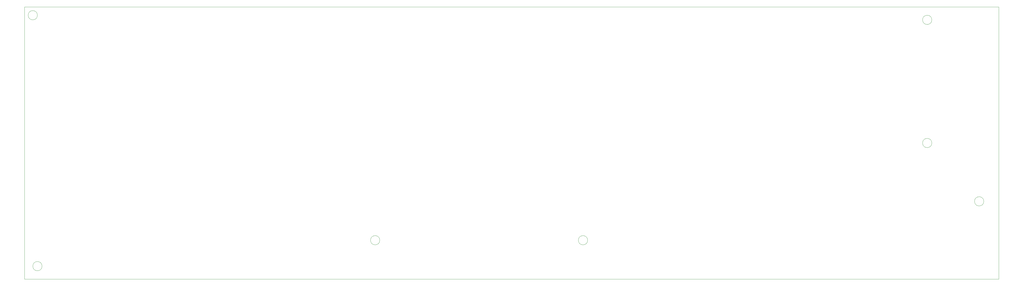
<source format=gbr>
%TF.GenerationSoftware,KiCad,Pcbnew,9.0.0*%
%TF.CreationDate,2025-03-16T11:43:05-04:00*%
%TF.ProjectId,big-board,6269672d-626f-4617-9264-2e6b69636164,rev?*%
%TF.SameCoordinates,Original*%
%TF.FileFunction,Profile,NP*%
%FSLAX46Y46*%
G04 Gerber Fmt 4.6, Leading zero omitted, Abs format (unit mm)*
G04 Created by KiCad (PCBNEW 9.0.0) date 2025-03-16 11:43:05*
%MOMM*%
%LPD*%
G01*
G04 APERTURE LIST*
%TA.AperFunction,Profile*%
%ADD10C,0.050000*%
%TD*%
G04 APERTURE END LIST*
D10*
X356506250Y-111918750D02*
G75*
G02*
X353106250Y-111918750I-1700000J0D01*
G01*
X353106250Y-111918750D02*
G75*
G02*
X356506250Y-111918750I1700000J0D01*
G01*
X23812500Y-207168750D02*
X381000000Y-207168750D01*
X356506250Y-157162500D02*
G75*
G02*
X353106250Y-157162500I-1700000J0D01*
G01*
X353106250Y-157162500D02*
G75*
G02*
X356506250Y-157162500I1700000J0D01*
G01*
X375556250Y-178593750D02*
G75*
G02*
X372156250Y-178593750I-1700000J0D01*
G01*
X372156250Y-178593750D02*
G75*
G02*
X375556250Y-178593750I1700000J0D01*
G01*
X381000000Y-107156250D02*
X23812500Y-107156250D01*
X154100000Y-192881250D02*
G75*
G02*
X150700000Y-192881250I-1700000J0D01*
G01*
X150700000Y-192881250D02*
G75*
G02*
X154100000Y-192881250I1700000J0D01*
G01*
X30275000Y-202406250D02*
G75*
G02*
X26875000Y-202406250I-1700000J0D01*
G01*
X26875000Y-202406250D02*
G75*
G02*
X30275000Y-202406250I1700000J0D01*
G01*
X23812500Y-107156250D02*
X23812500Y-207168750D01*
X230300000Y-192881250D02*
G75*
G02*
X226900000Y-192881250I-1700000J0D01*
G01*
X226900000Y-192881250D02*
G75*
G02*
X230300000Y-192881250I1700000J0D01*
G01*
X28575000Y-110218750D02*
G75*
G02*
X25175000Y-110218750I-1700000J0D01*
G01*
X25175000Y-110218750D02*
G75*
G02*
X28575000Y-110218750I1700000J0D01*
G01*
X381000000Y-207168750D02*
X381000000Y-107156250D01*
M02*

</source>
